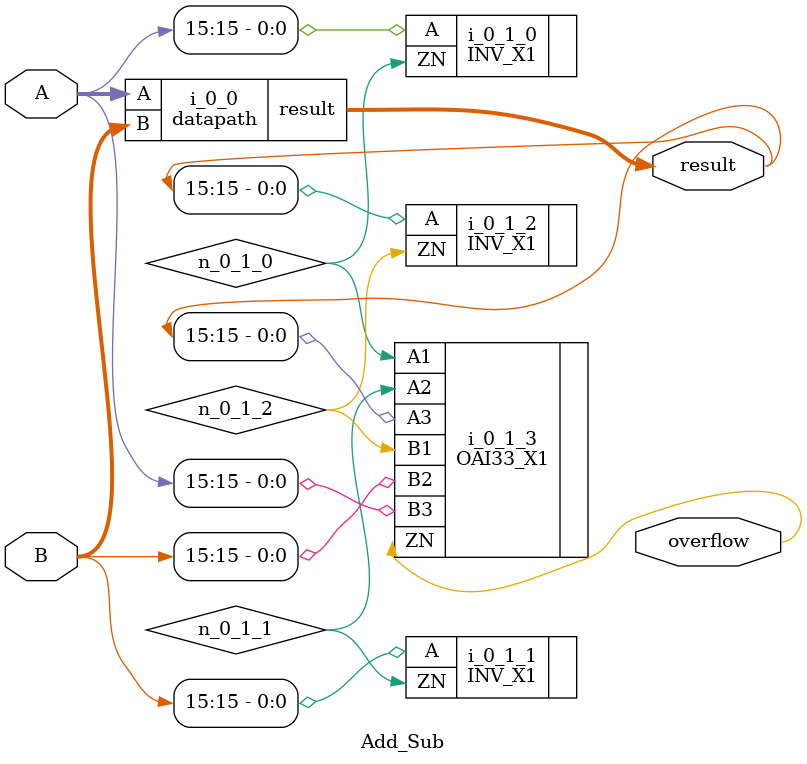
<source format=v>
/*
 * Created by 
   ../bin/Linux-x86_64-O/oasysGui 19.2-p002 on Wed Apr 22 05:02:31 2020
 * (C) Mentor Graphics Corporation
 */
/* CheckSum: 1957331847 */

module datapath(B, A, result);
   input [15:0]B;
   input [15:0]A;
   output [15:0]result;

   HA_X1 i_0 (.A(B[0]), .B(A[0]), .CO(n_0), .S(result[0]));
   FA_X1 i_1 (.A(B[1]), .B(A[1]), .CI(n_0), .CO(n_1), .S(result[1]));
   FA_X1 i_2 (.A(B[2]), .B(A[2]), .CI(n_1), .CO(n_2), .S(result[2]));
   FA_X1 i_3 (.A(B[3]), .B(A[3]), .CI(n_2), .CO(n_3), .S(result[3]));
   FA_X1 i_4 (.A(B[4]), .B(A[4]), .CI(n_3), .CO(n_4), .S(result[4]));
   FA_X1 i_5 (.A(B[5]), .B(A[5]), .CI(n_4), .CO(n_5), .S(result[5]));
   FA_X1 i_6 (.A(B[6]), .B(A[6]), .CI(n_5), .CO(n_6), .S(result[6]));
   FA_X1 i_7 (.A(B[7]), .B(A[7]), .CI(n_6), .CO(n_7), .S(result[7]));
   FA_X1 i_8 (.A(B[8]), .B(A[8]), .CI(n_7), .CO(n_8), .S(result[8]));
   FA_X1 i_9 (.A(B[9]), .B(A[9]), .CI(n_8), .CO(n_9), .S(result[9]));
   FA_X1 i_10 (.A(B[10]), .B(A[10]), .CI(n_9), .CO(n_10), .S(result[10]));
   FA_X1 i_11 (.A(B[11]), .B(A[11]), .CI(n_10), .CO(n_11), .S(result[11]));
   FA_X1 i_12 (.A(B[12]), .B(A[12]), .CI(n_11), .CO(n_12), .S(result[12]));
   FA_X1 i_13 (.A(B[13]), .B(A[13]), .CI(n_12), .CO(n_13), .S(result[13]));
   FA_X1 i_14 (.A(B[14]), .B(A[14]), .CI(n_13), .CO(n_14), .S(result[14]));
   XNOR2_X1 i_15 (.A(B[15]), .B(A[15]), .ZN(n_15));
   XNOR2_X1 i_16 (.A(n_15), .B(n_14), .ZN(result[15]));
endmodule

module Add_Sub(A, B, result, overflow);
   input [15:0]A;
   input [15:0]B;
   output [15:0]result;
   output overflow;

   wire n_0_1_0;
   wire n_0_1_1;
   wire n_0_1_2;

   datapath i_0_0 (.B(B), .A(A), .result(result));
   INV_X1 i_0_1_0 (.A(A[15]), .ZN(n_0_1_0));
   INV_X1 i_0_1_1 (.A(B[15]), .ZN(n_0_1_1));
   INV_X1 i_0_1_2 (.A(result[15]), .ZN(n_0_1_2));
   OAI33_X1 i_0_1_3 (.A1(n_0_1_0), .A2(n_0_1_1), .A3(result[15]), .B1(n_0_1_2), 
      .B2(B[15]), .B3(A[15]), .ZN(overflow));
endmodule

</source>
